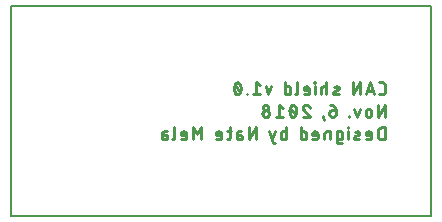
<source format=gbr>
G04 EAGLE Gerber RS-274X export*
G75*
%MOMM*%
%FSLAX34Y34*%
%LPD*%
%AMOC8*
5,1,8,0,0,1.08239X$1,22.5*%
G01*
%ADD10C,0.254000*%
%ADD11C,0.127000*%


D10*
X311714Y102870D02*
X313972Y102870D01*
X314065Y102872D01*
X314158Y102878D01*
X314251Y102887D01*
X314344Y102901D01*
X314435Y102918D01*
X314526Y102939D01*
X314616Y102964D01*
X314705Y102992D01*
X314793Y103024D01*
X314879Y103060D01*
X314964Y103099D01*
X315047Y103142D01*
X315128Y103188D01*
X315207Y103238D01*
X315284Y103290D01*
X315359Y103346D01*
X315431Y103405D01*
X315501Y103467D01*
X315569Y103531D01*
X315633Y103599D01*
X315695Y103669D01*
X315754Y103741D01*
X315810Y103816D01*
X315862Y103893D01*
X315912Y103972D01*
X315958Y104053D01*
X316001Y104136D01*
X316040Y104221D01*
X316076Y104307D01*
X316108Y104395D01*
X316136Y104484D01*
X316161Y104574D01*
X316182Y104665D01*
X316199Y104756D01*
X316213Y104849D01*
X316222Y104942D01*
X316228Y105035D01*
X316230Y105128D01*
X316230Y110772D01*
X316228Y110865D01*
X316222Y110958D01*
X316213Y111051D01*
X316199Y111144D01*
X316182Y111235D01*
X316161Y111326D01*
X316136Y111416D01*
X316108Y111505D01*
X316076Y111593D01*
X316040Y111679D01*
X316001Y111764D01*
X315958Y111847D01*
X315912Y111928D01*
X315862Y112007D01*
X315810Y112084D01*
X315754Y112159D01*
X315695Y112231D01*
X315633Y112301D01*
X315569Y112369D01*
X315501Y112433D01*
X315431Y112495D01*
X315359Y112554D01*
X315284Y112610D01*
X315207Y112662D01*
X315128Y112712D01*
X315047Y112758D01*
X314964Y112801D01*
X314879Y112840D01*
X314793Y112876D01*
X314705Y112908D01*
X314616Y112936D01*
X314526Y112961D01*
X314435Y112982D01*
X314344Y112999D01*
X314251Y113013D01*
X314158Y113022D01*
X314065Y113028D01*
X313972Y113030D01*
X311714Y113030D01*
X303825Y113030D02*
X307211Y102870D01*
X300438Y102870D02*
X303825Y113030D01*
X301285Y105410D02*
X306365Y105410D01*
X294836Y102870D02*
X294836Y113030D01*
X289191Y102870D01*
X289191Y113030D01*
X276280Y106821D02*
X273458Y105692D01*
X276280Y106821D02*
X276349Y106850D01*
X276416Y106884D01*
X276482Y106920D01*
X276546Y106960D01*
X276607Y107004D01*
X276667Y107050D01*
X276723Y107099D01*
X276778Y107151D01*
X276829Y107206D01*
X276878Y107264D01*
X276923Y107323D01*
X276966Y107386D01*
X277005Y107450D01*
X277041Y107516D01*
X277073Y107584D01*
X277102Y107653D01*
X277127Y107724D01*
X277149Y107796D01*
X277167Y107869D01*
X277181Y107943D01*
X277191Y108018D01*
X277197Y108093D01*
X277200Y108168D01*
X277199Y108243D01*
X277193Y108318D01*
X277184Y108393D01*
X277172Y108467D01*
X277155Y108540D01*
X277135Y108613D01*
X277110Y108684D01*
X277083Y108754D01*
X277051Y108823D01*
X277017Y108889D01*
X276979Y108954D01*
X276937Y109017D01*
X276893Y109078D01*
X276845Y109136D01*
X276794Y109191D01*
X276741Y109245D01*
X276685Y109295D01*
X276626Y109342D01*
X276566Y109386D01*
X276503Y109427D01*
X276437Y109465D01*
X276371Y109499D01*
X276302Y109530D01*
X276232Y109557D01*
X276160Y109581D01*
X276088Y109601D01*
X276014Y109617D01*
X275940Y109630D01*
X275865Y109638D01*
X275790Y109643D01*
X275715Y109644D01*
X275715Y109643D02*
X275561Y109639D01*
X275407Y109632D01*
X275254Y109620D01*
X275100Y109605D01*
X274947Y109586D01*
X274795Y109564D01*
X274643Y109537D01*
X274492Y109508D01*
X274341Y109474D01*
X274192Y109437D01*
X274043Y109397D01*
X273895Y109352D01*
X273749Y109305D01*
X273604Y109253D01*
X273459Y109199D01*
X273317Y109140D01*
X273175Y109079D01*
X273457Y105692D02*
X273388Y105663D01*
X273321Y105629D01*
X273255Y105593D01*
X273191Y105553D01*
X273130Y105509D01*
X273070Y105463D01*
X273014Y105414D01*
X272959Y105362D01*
X272908Y105307D01*
X272859Y105249D01*
X272814Y105190D01*
X272771Y105127D01*
X272732Y105063D01*
X272696Y104997D01*
X272664Y104929D01*
X272635Y104860D01*
X272610Y104789D01*
X272588Y104717D01*
X272570Y104644D01*
X272556Y104570D01*
X272546Y104495D01*
X272540Y104420D01*
X272537Y104345D01*
X272538Y104270D01*
X272544Y104195D01*
X272553Y104120D01*
X272565Y104046D01*
X272582Y103973D01*
X272602Y103900D01*
X272627Y103829D01*
X272654Y103759D01*
X272686Y103690D01*
X272720Y103624D01*
X272758Y103559D01*
X272800Y103496D01*
X272844Y103435D01*
X272892Y103377D01*
X272943Y103322D01*
X272996Y103268D01*
X273052Y103218D01*
X273111Y103171D01*
X273171Y103127D01*
X273234Y103086D01*
X273300Y103048D01*
X273366Y103014D01*
X273435Y102983D01*
X273505Y102956D01*
X273577Y102932D01*
X273649Y102912D01*
X273723Y102896D01*
X273797Y102883D01*
X273872Y102875D01*
X273947Y102870D01*
X274022Y102869D01*
X274022Y102870D02*
X274248Y102876D01*
X274474Y102887D01*
X274700Y102904D01*
X274925Y102926D01*
X275150Y102953D01*
X275374Y102986D01*
X275597Y103023D01*
X275820Y103067D01*
X276041Y103115D01*
X276261Y103169D01*
X276480Y103227D01*
X276697Y103291D01*
X276912Y103360D01*
X277126Y103434D01*
X266840Y102870D02*
X266840Y113030D01*
X266840Y109643D02*
X264017Y109643D01*
X263936Y109641D01*
X263856Y109635D01*
X263776Y109626D01*
X263697Y109612D01*
X263618Y109595D01*
X263540Y109574D01*
X263463Y109550D01*
X263388Y109522D01*
X263314Y109490D01*
X263241Y109455D01*
X263171Y109416D01*
X263102Y109374D01*
X263035Y109329D01*
X262970Y109281D01*
X262908Y109229D01*
X262849Y109175D01*
X262792Y109118D01*
X262738Y109059D01*
X262686Y108997D01*
X262638Y108932D01*
X262593Y108865D01*
X262551Y108797D01*
X262512Y108726D01*
X262477Y108653D01*
X262445Y108579D01*
X262417Y108504D01*
X262393Y108427D01*
X262372Y108349D01*
X262355Y108270D01*
X262341Y108191D01*
X262332Y108111D01*
X262326Y108031D01*
X262324Y107950D01*
X262324Y102870D01*
X256962Y102870D02*
X256962Y109643D01*
X257244Y112466D02*
X257244Y113030D01*
X256680Y113030D01*
X256680Y112466D01*
X257244Y112466D01*
X250287Y102870D02*
X247465Y102870D01*
X250287Y102870D02*
X250368Y102872D01*
X250448Y102878D01*
X250528Y102887D01*
X250607Y102901D01*
X250686Y102918D01*
X250764Y102939D01*
X250841Y102963D01*
X250916Y102991D01*
X250990Y103023D01*
X251063Y103058D01*
X251134Y103097D01*
X251202Y103139D01*
X251269Y103184D01*
X251334Y103232D01*
X251396Y103284D01*
X251455Y103338D01*
X251512Y103395D01*
X251566Y103454D01*
X251618Y103516D01*
X251666Y103581D01*
X251711Y103648D01*
X251753Y103717D01*
X251792Y103787D01*
X251827Y103860D01*
X251859Y103934D01*
X251887Y104009D01*
X251911Y104086D01*
X251932Y104164D01*
X251949Y104243D01*
X251963Y104322D01*
X251972Y104402D01*
X251978Y104482D01*
X251980Y104563D01*
X251981Y104563D02*
X251981Y107386D01*
X251979Y107479D01*
X251973Y107572D01*
X251964Y107665D01*
X251950Y107758D01*
X251933Y107849D01*
X251912Y107940D01*
X251887Y108030D01*
X251859Y108119D01*
X251827Y108207D01*
X251791Y108293D01*
X251752Y108378D01*
X251709Y108461D01*
X251663Y108542D01*
X251613Y108621D01*
X251561Y108698D01*
X251505Y108773D01*
X251446Y108845D01*
X251384Y108915D01*
X251320Y108983D01*
X251252Y109047D01*
X251182Y109109D01*
X251110Y109168D01*
X251035Y109224D01*
X250958Y109276D01*
X250879Y109326D01*
X250798Y109372D01*
X250715Y109415D01*
X250630Y109454D01*
X250544Y109490D01*
X250456Y109522D01*
X250367Y109550D01*
X250277Y109575D01*
X250186Y109596D01*
X250095Y109613D01*
X250002Y109627D01*
X249909Y109636D01*
X249816Y109642D01*
X249723Y109644D01*
X249630Y109642D01*
X249537Y109636D01*
X249444Y109627D01*
X249351Y109613D01*
X249260Y109596D01*
X249169Y109575D01*
X249079Y109550D01*
X248990Y109522D01*
X248902Y109490D01*
X248816Y109454D01*
X248731Y109415D01*
X248648Y109372D01*
X248567Y109326D01*
X248488Y109276D01*
X248411Y109224D01*
X248336Y109168D01*
X248264Y109109D01*
X248194Y109047D01*
X248126Y108983D01*
X248062Y108915D01*
X248000Y108845D01*
X247941Y108773D01*
X247885Y108698D01*
X247833Y108621D01*
X247783Y108542D01*
X247737Y108461D01*
X247694Y108378D01*
X247655Y108293D01*
X247619Y108207D01*
X247587Y108119D01*
X247559Y108030D01*
X247534Y107940D01*
X247513Y107849D01*
X247496Y107758D01*
X247482Y107665D01*
X247473Y107572D01*
X247467Y107479D01*
X247465Y107386D01*
X247465Y106257D01*
X251981Y106257D01*
X242099Y104563D02*
X242099Y113030D01*
X242098Y104563D02*
X242096Y104482D01*
X242090Y104402D01*
X242081Y104322D01*
X242067Y104243D01*
X242050Y104164D01*
X242029Y104086D01*
X242005Y104009D01*
X241977Y103934D01*
X241945Y103860D01*
X241910Y103787D01*
X241871Y103717D01*
X241829Y103648D01*
X241784Y103581D01*
X241736Y103516D01*
X241684Y103454D01*
X241630Y103395D01*
X241573Y103338D01*
X241514Y103284D01*
X241452Y103232D01*
X241387Y103184D01*
X241320Y103139D01*
X241252Y103097D01*
X241181Y103058D01*
X241108Y103023D01*
X241034Y102991D01*
X240959Y102963D01*
X240882Y102939D01*
X240804Y102918D01*
X240725Y102901D01*
X240646Y102887D01*
X240566Y102878D01*
X240486Y102872D01*
X240405Y102870D01*
X231566Y102870D02*
X231566Y113030D01*
X231566Y102870D02*
X234388Y102870D01*
X234469Y102872D01*
X234549Y102878D01*
X234629Y102887D01*
X234708Y102901D01*
X234787Y102918D01*
X234865Y102939D01*
X234942Y102963D01*
X235017Y102991D01*
X235091Y103023D01*
X235164Y103058D01*
X235235Y103097D01*
X235303Y103139D01*
X235370Y103184D01*
X235435Y103232D01*
X235497Y103284D01*
X235556Y103338D01*
X235613Y103395D01*
X235667Y103454D01*
X235719Y103516D01*
X235767Y103581D01*
X235812Y103648D01*
X235854Y103717D01*
X235893Y103787D01*
X235928Y103860D01*
X235960Y103934D01*
X235988Y104009D01*
X236012Y104086D01*
X236033Y104164D01*
X236050Y104243D01*
X236064Y104322D01*
X236073Y104402D01*
X236079Y104482D01*
X236081Y104563D01*
X236082Y104563D02*
X236082Y107950D01*
X236081Y107950D02*
X236079Y108031D01*
X236073Y108111D01*
X236064Y108191D01*
X236050Y108270D01*
X236033Y108349D01*
X236012Y108427D01*
X235988Y108504D01*
X235960Y108579D01*
X235928Y108653D01*
X235893Y108726D01*
X235854Y108797D01*
X235812Y108865D01*
X235767Y108932D01*
X235719Y108997D01*
X235667Y109059D01*
X235613Y109118D01*
X235556Y109175D01*
X235497Y109229D01*
X235435Y109281D01*
X235370Y109329D01*
X235303Y109374D01*
X235235Y109416D01*
X235164Y109455D01*
X235091Y109490D01*
X235017Y109522D01*
X234942Y109550D01*
X234865Y109574D01*
X234787Y109595D01*
X234708Y109612D01*
X234629Y109626D01*
X234549Y109635D01*
X234469Y109641D01*
X234388Y109643D01*
X231566Y109643D01*
X219977Y109643D02*
X217719Y102870D01*
X215461Y109643D01*
X210254Y110772D02*
X207432Y113030D01*
X207432Y102870D01*
X210254Y102870D02*
X204610Y102870D01*
X199713Y102870D02*
X199713Y103434D01*
X199149Y103434D01*
X199149Y102870D01*
X199713Y102870D01*
X194252Y107950D02*
X194250Y108150D01*
X194242Y108350D01*
X194231Y108549D01*
X194214Y108748D01*
X194192Y108947D01*
X194166Y109145D01*
X194135Y109343D01*
X194100Y109539D01*
X194059Y109735D01*
X194015Y109930D01*
X193965Y110124D01*
X193911Y110316D01*
X193852Y110507D01*
X193789Y110697D01*
X193721Y110885D01*
X193649Y111071D01*
X193572Y111256D01*
X193491Y111438D01*
X193405Y111619D01*
X193374Y111703D01*
X193340Y111785D01*
X193302Y111866D01*
X193261Y111946D01*
X193216Y112023D01*
X193169Y112098D01*
X193118Y112172D01*
X193063Y112243D01*
X193006Y112311D01*
X192946Y112378D01*
X192883Y112441D01*
X192818Y112502D01*
X192750Y112560D01*
X192680Y112615D01*
X192607Y112667D01*
X192532Y112715D01*
X192455Y112761D01*
X192377Y112803D01*
X192296Y112842D01*
X192214Y112877D01*
X192131Y112909D01*
X192046Y112937D01*
X191960Y112962D01*
X191873Y112982D01*
X191786Y113000D01*
X191697Y113013D01*
X191608Y113022D01*
X191519Y113028D01*
X191430Y113030D01*
X191341Y113028D01*
X191252Y113022D01*
X191163Y113013D01*
X191074Y113000D01*
X190987Y112982D01*
X190900Y112962D01*
X190814Y112937D01*
X190729Y112909D01*
X190646Y112877D01*
X190564Y112842D01*
X190483Y112803D01*
X190405Y112761D01*
X190328Y112715D01*
X190253Y112667D01*
X190180Y112615D01*
X190110Y112560D01*
X190042Y112502D01*
X189977Y112441D01*
X189914Y112378D01*
X189854Y112311D01*
X189797Y112243D01*
X189742Y112172D01*
X189691Y112098D01*
X189644Y112023D01*
X189599Y111946D01*
X189558Y111866D01*
X189520Y111785D01*
X189486Y111703D01*
X189455Y111619D01*
X189369Y111438D01*
X189288Y111255D01*
X189211Y111071D01*
X189139Y110884D01*
X189071Y110696D01*
X189008Y110507D01*
X188949Y110316D01*
X188895Y110123D01*
X188845Y109930D01*
X188801Y109735D01*
X188760Y109539D01*
X188725Y109343D01*
X188694Y109145D01*
X188668Y108947D01*
X188646Y108748D01*
X188629Y108549D01*
X188618Y108350D01*
X188610Y108150D01*
X188608Y107950D01*
X194252Y107950D02*
X194250Y107750D01*
X194242Y107550D01*
X194231Y107351D01*
X194214Y107152D01*
X194192Y106953D01*
X194166Y106755D01*
X194135Y106557D01*
X194100Y106361D01*
X194059Y106165D01*
X194015Y105970D01*
X193965Y105776D01*
X193911Y105584D01*
X193852Y105393D01*
X193789Y105203D01*
X193721Y105015D01*
X193649Y104829D01*
X193572Y104644D01*
X193491Y104462D01*
X193405Y104281D01*
X193374Y104197D01*
X193340Y104115D01*
X193302Y104034D01*
X193261Y103954D01*
X193216Y103877D01*
X193169Y103802D01*
X193117Y103728D01*
X193063Y103657D01*
X193006Y103589D01*
X192946Y103522D01*
X192883Y103459D01*
X192818Y103398D01*
X192750Y103340D01*
X192680Y103285D01*
X192607Y103233D01*
X192532Y103185D01*
X192455Y103139D01*
X192377Y103097D01*
X192296Y103058D01*
X192214Y103023D01*
X192131Y102991D01*
X192046Y102963D01*
X191960Y102938D01*
X191873Y102918D01*
X191786Y102900D01*
X191697Y102887D01*
X191608Y102878D01*
X191519Y102872D01*
X191430Y102870D01*
X189454Y104281D02*
X189368Y104462D01*
X189287Y104644D01*
X189210Y104829D01*
X189138Y105015D01*
X189070Y105203D01*
X189007Y105393D01*
X188948Y105584D01*
X188894Y105776D01*
X188844Y105970D01*
X188800Y106165D01*
X188759Y106361D01*
X188724Y106557D01*
X188693Y106755D01*
X188667Y106953D01*
X188645Y107152D01*
X188628Y107351D01*
X188617Y107550D01*
X188609Y107750D01*
X188607Y107950D01*
X189455Y104281D02*
X189486Y104197D01*
X189520Y104115D01*
X189558Y104034D01*
X189599Y103954D01*
X189644Y103877D01*
X189691Y103802D01*
X189743Y103728D01*
X189797Y103657D01*
X189854Y103589D01*
X189914Y103522D01*
X189977Y103459D01*
X190042Y103398D01*
X190110Y103340D01*
X190180Y103285D01*
X190253Y103233D01*
X190328Y103185D01*
X190405Y103139D01*
X190483Y103097D01*
X190564Y103058D01*
X190646Y103023D01*
X190729Y102991D01*
X190814Y102963D01*
X190900Y102938D01*
X190987Y102918D01*
X191074Y102900D01*
X191163Y102887D01*
X191252Y102878D01*
X191341Y102872D01*
X191430Y102870D01*
X193688Y105128D02*
X189172Y110772D01*
X316230Y93980D02*
X316230Y83820D01*
X310586Y83820D02*
X316230Y93980D01*
X310586Y93980D02*
X310586Y83820D01*
X304617Y86078D02*
X304617Y88336D01*
X304615Y88429D01*
X304609Y88522D01*
X304600Y88615D01*
X304586Y88708D01*
X304569Y88799D01*
X304548Y88890D01*
X304523Y88980D01*
X304495Y89069D01*
X304463Y89157D01*
X304427Y89243D01*
X304388Y89328D01*
X304345Y89411D01*
X304299Y89492D01*
X304249Y89571D01*
X304197Y89648D01*
X304141Y89723D01*
X304082Y89795D01*
X304020Y89865D01*
X303956Y89933D01*
X303888Y89997D01*
X303818Y90059D01*
X303746Y90118D01*
X303671Y90174D01*
X303594Y90226D01*
X303515Y90276D01*
X303434Y90322D01*
X303351Y90365D01*
X303266Y90404D01*
X303180Y90440D01*
X303092Y90472D01*
X303003Y90500D01*
X302913Y90525D01*
X302822Y90546D01*
X302731Y90563D01*
X302638Y90577D01*
X302545Y90586D01*
X302452Y90592D01*
X302359Y90594D01*
X302266Y90592D01*
X302173Y90586D01*
X302080Y90577D01*
X301987Y90563D01*
X301896Y90546D01*
X301805Y90525D01*
X301715Y90500D01*
X301626Y90472D01*
X301538Y90440D01*
X301452Y90404D01*
X301367Y90365D01*
X301284Y90322D01*
X301203Y90276D01*
X301124Y90226D01*
X301047Y90174D01*
X300972Y90118D01*
X300900Y90059D01*
X300830Y89997D01*
X300762Y89933D01*
X300698Y89865D01*
X300636Y89795D01*
X300577Y89723D01*
X300521Y89648D01*
X300469Y89571D01*
X300419Y89492D01*
X300373Y89411D01*
X300330Y89328D01*
X300291Y89243D01*
X300255Y89157D01*
X300223Y89069D01*
X300195Y88980D01*
X300170Y88890D01*
X300149Y88799D01*
X300132Y88708D01*
X300118Y88615D01*
X300109Y88522D01*
X300103Y88429D01*
X300101Y88336D01*
X300101Y86078D01*
X300103Y85985D01*
X300109Y85892D01*
X300118Y85799D01*
X300132Y85706D01*
X300149Y85615D01*
X300170Y85524D01*
X300195Y85434D01*
X300223Y85345D01*
X300255Y85257D01*
X300291Y85171D01*
X300330Y85086D01*
X300373Y85003D01*
X300419Y84922D01*
X300469Y84843D01*
X300521Y84766D01*
X300577Y84691D01*
X300636Y84619D01*
X300698Y84549D01*
X300762Y84481D01*
X300830Y84417D01*
X300900Y84355D01*
X300972Y84296D01*
X301047Y84240D01*
X301124Y84188D01*
X301203Y84138D01*
X301284Y84092D01*
X301367Y84049D01*
X301452Y84010D01*
X301538Y83974D01*
X301626Y83942D01*
X301715Y83914D01*
X301805Y83889D01*
X301896Y83868D01*
X301987Y83851D01*
X302080Y83837D01*
X302173Y83828D01*
X302266Y83822D01*
X302359Y83820D01*
X302452Y83822D01*
X302545Y83828D01*
X302638Y83837D01*
X302731Y83851D01*
X302822Y83868D01*
X302913Y83889D01*
X303003Y83914D01*
X303092Y83942D01*
X303180Y83974D01*
X303266Y84010D01*
X303351Y84049D01*
X303434Y84092D01*
X303515Y84138D01*
X303594Y84188D01*
X303671Y84240D01*
X303746Y84296D01*
X303818Y84355D01*
X303888Y84417D01*
X303956Y84481D01*
X304020Y84549D01*
X304082Y84619D01*
X304141Y84691D01*
X304197Y84766D01*
X304249Y84843D01*
X304299Y84922D01*
X304345Y85003D01*
X304388Y85086D01*
X304427Y85171D01*
X304463Y85257D01*
X304495Y85345D01*
X304523Y85434D01*
X304548Y85524D01*
X304569Y85615D01*
X304586Y85706D01*
X304600Y85799D01*
X304609Y85892D01*
X304615Y85985D01*
X304617Y86078D01*
X295092Y90593D02*
X292834Y83820D01*
X290576Y90593D01*
X286258Y84384D02*
X286258Y83820D01*
X286258Y84384D02*
X285694Y84384D01*
X285694Y83820D01*
X286258Y83820D01*
X274701Y89464D02*
X271314Y89464D01*
X271314Y89465D02*
X271221Y89463D01*
X271128Y89457D01*
X271035Y89448D01*
X270942Y89434D01*
X270851Y89417D01*
X270760Y89396D01*
X270670Y89371D01*
X270581Y89343D01*
X270493Y89311D01*
X270407Y89275D01*
X270322Y89236D01*
X270239Y89193D01*
X270158Y89147D01*
X270079Y89097D01*
X270002Y89045D01*
X269927Y88989D01*
X269855Y88930D01*
X269785Y88868D01*
X269717Y88804D01*
X269653Y88736D01*
X269591Y88666D01*
X269532Y88594D01*
X269476Y88519D01*
X269424Y88442D01*
X269374Y88363D01*
X269328Y88282D01*
X269285Y88199D01*
X269246Y88114D01*
X269210Y88028D01*
X269178Y87940D01*
X269150Y87851D01*
X269125Y87761D01*
X269104Y87670D01*
X269087Y87579D01*
X269073Y87486D01*
X269064Y87393D01*
X269058Y87300D01*
X269056Y87207D01*
X269057Y87207D02*
X269057Y86642D01*
X269059Y86536D01*
X269065Y86431D01*
X269075Y86326D01*
X269089Y86221D01*
X269106Y86117D01*
X269128Y86014D01*
X269153Y85912D01*
X269182Y85810D01*
X269215Y85710D01*
X269252Y85611D01*
X269292Y85514D01*
X269336Y85418D01*
X269384Y85323D01*
X269435Y85231D01*
X269490Y85141D01*
X269547Y85052D01*
X269608Y84966D01*
X269673Y84883D01*
X269740Y84801D01*
X269810Y84723D01*
X269884Y84647D01*
X269960Y84573D01*
X270038Y84503D01*
X270120Y84436D01*
X270203Y84371D01*
X270289Y84310D01*
X270378Y84253D01*
X270468Y84198D01*
X270560Y84147D01*
X270655Y84099D01*
X270751Y84055D01*
X270848Y84015D01*
X270947Y83978D01*
X271047Y83945D01*
X271149Y83916D01*
X271251Y83891D01*
X271354Y83869D01*
X271458Y83852D01*
X271563Y83838D01*
X271668Y83828D01*
X271773Y83822D01*
X271879Y83820D01*
X271985Y83822D01*
X272090Y83828D01*
X272195Y83838D01*
X272300Y83852D01*
X272404Y83869D01*
X272507Y83891D01*
X272609Y83916D01*
X272711Y83945D01*
X272811Y83978D01*
X272910Y84015D01*
X273007Y84055D01*
X273103Y84099D01*
X273198Y84147D01*
X273290Y84198D01*
X273380Y84253D01*
X273469Y84310D01*
X273555Y84371D01*
X273638Y84436D01*
X273720Y84503D01*
X273798Y84573D01*
X273874Y84647D01*
X273948Y84723D01*
X274018Y84801D01*
X274085Y84883D01*
X274150Y84966D01*
X274211Y85052D01*
X274268Y85141D01*
X274323Y85231D01*
X274374Y85323D01*
X274422Y85418D01*
X274466Y85514D01*
X274506Y85611D01*
X274543Y85710D01*
X274576Y85810D01*
X274605Y85912D01*
X274630Y86014D01*
X274652Y86117D01*
X274669Y86221D01*
X274683Y86326D01*
X274693Y86431D01*
X274699Y86536D01*
X274701Y86642D01*
X274701Y89464D01*
X274702Y89464D02*
X274700Y89598D01*
X274694Y89732D01*
X274684Y89865D01*
X274670Y89998D01*
X274653Y90131D01*
X274631Y90263D01*
X274605Y90394D01*
X274576Y90525D01*
X274542Y90654D01*
X274505Y90783D01*
X274464Y90910D01*
X274419Y91036D01*
X274371Y91161D01*
X274319Y91284D01*
X274263Y91406D01*
X274204Y91526D01*
X274141Y91644D01*
X274074Y91761D01*
X274005Y91875D01*
X273932Y91987D01*
X273855Y92097D01*
X273776Y92204D01*
X273693Y92309D01*
X273607Y92412D01*
X273518Y92512D01*
X273426Y92610D01*
X273332Y92704D01*
X273234Y92796D01*
X273134Y92885D01*
X273032Y92971D01*
X272926Y93054D01*
X272819Y93133D01*
X272709Y93210D01*
X272597Y93283D01*
X272483Y93352D01*
X272366Y93419D01*
X272248Y93482D01*
X272128Y93541D01*
X272007Y93597D01*
X271883Y93649D01*
X271759Y93697D01*
X271632Y93742D01*
X271505Y93783D01*
X271376Y93820D01*
X271247Y93854D01*
X271116Y93883D01*
X270985Y93909D01*
X270853Y93930D01*
X270720Y93948D01*
X270587Y93962D01*
X270454Y93972D01*
X270320Y93978D01*
X270186Y93980D01*
X264236Y83820D02*
X263671Y83820D01*
X264236Y83820D02*
X264236Y84384D01*
X263671Y84384D01*
X263671Y83820D01*
X264518Y81562D01*
X249499Y93980D02*
X249399Y93978D01*
X249300Y93972D01*
X249200Y93962D01*
X249102Y93949D01*
X249003Y93931D01*
X248906Y93910D01*
X248810Y93885D01*
X248714Y93856D01*
X248620Y93823D01*
X248527Y93787D01*
X248436Y93747D01*
X248346Y93703D01*
X248258Y93656D01*
X248172Y93606D01*
X248088Y93552D01*
X248006Y93495D01*
X247927Y93435D01*
X247849Y93371D01*
X247775Y93305D01*
X247703Y93236D01*
X247634Y93164D01*
X247568Y93090D01*
X247504Y93012D01*
X247444Y92933D01*
X247387Y92851D01*
X247333Y92767D01*
X247283Y92681D01*
X247236Y92593D01*
X247192Y92503D01*
X247152Y92412D01*
X247116Y92319D01*
X247083Y92225D01*
X247054Y92129D01*
X247029Y92033D01*
X247008Y91936D01*
X246990Y91837D01*
X246977Y91739D01*
X246967Y91639D01*
X246961Y91540D01*
X246959Y91440D01*
X249499Y93980D02*
X249610Y93978D01*
X249721Y93972D01*
X249831Y93963D01*
X249941Y93950D01*
X250051Y93933D01*
X250160Y93912D01*
X250268Y93888D01*
X250375Y93860D01*
X250482Y93829D01*
X250587Y93793D01*
X250691Y93755D01*
X250793Y93712D01*
X250894Y93667D01*
X250994Y93617D01*
X251091Y93565D01*
X251187Y93509D01*
X251281Y93450D01*
X251373Y93388D01*
X251463Y93323D01*
X251550Y93255D01*
X251635Y93183D01*
X251718Y93109D01*
X251798Y93033D01*
X251875Y92953D01*
X251950Y92871D01*
X252022Y92787D01*
X252091Y92700D01*
X252156Y92611D01*
X252219Y92519D01*
X252279Y92426D01*
X252335Y92330D01*
X252389Y92233D01*
X252438Y92134D01*
X252485Y92033D01*
X252528Y91931D01*
X252567Y91827D01*
X252603Y91722D01*
X247806Y89465D02*
X247734Y89535D01*
X247665Y89608D01*
X247599Y89684D01*
X247536Y89762D01*
X247476Y89842D01*
X247419Y89925D01*
X247364Y90009D01*
X247313Y90096D01*
X247265Y90184D01*
X247221Y90274D01*
X247180Y90365D01*
X247142Y90458D01*
X247107Y90553D01*
X247076Y90648D01*
X247049Y90745D01*
X247025Y90842D01*
X247005Y90941D01*
X246989Y91040D01*
X246976Y91139D01*
X246966Y91239D01*
X246961Y91340D01*
X246959Y91440D01*
X247805Y89464D02*
X252603Y83820D01*
X246959Y83820D01*
X241174Y88900D02*
X241172Y89100D01*
X241164Y89300D01*
X241153Y89499D01*
X241136Y89698D01*
X241114Y89897D01*
X241088Y90095D01*
X241057Y90293D01*
X241022Y90489D01*
X240981Y90685D01*
X240937Y90880D01*
X240887Y91074D01*
X240833Y91266D01*
X240774Y91457D01*
X240711Y91647D01*
X240643Y91835D01*
X240571Y92021D01*
X240494Y92206D01*
X240413Y92388D01*
X240327Y92569D01*
X240326Y92569D02*
X240295Y92653D01*
X240261Y92735D01*
X240223Y92816D01*
X240182Y92896D01*
X240137Y92973D01*
X240090Y93048D01*
X240039Y93122D01*
X239984Y93193D01*
X239927Y93261D01*
X239867Y93328D01*
X239804Y93391D01*
X239739Y93452D01*
X239671Y93510D01*
X239601Y93565D01*
X239528Y93617D01*
X239453Y93665D01*
X239376Y93711D01*
X239298Y93753D01*
X239217Y93792D01*
X239135Y93827D01*
X239052Y93859D01*
X238967Y93887D01*
X238881Y93912D01*
X238794Y93932D01*
X238707Y93950D01*
X238618Y93963D01*
X238529Y93972D01*
X238440Y93978D01*
X238351Y93980D01*
X238262Y93978D01*
X238173Y93972D01*
X238084Y93963D01*
X237995Y93950D01*
X237908Y93932D01*
X237821Y93912D01*
X237735Y93887D01*
X237650Y93859D01*
X237567Y93827D01*
X237485Y93792D01*
X237404Y93753D01*
X237326Y93711D01*
X237249Y93665D01*
X237174Y93617D01*
X237101Y93565D01*
X237031Y93510D01*
X236963Y93452D01*
X236898Y93391D01*
X236835Y93328D01*
X236775Y93261D01*
X236718Y93193D01*
X236663Y93122D01*
X236612Y93048D01*
X236565Y92973D01*
X236520Y92896D01*
X236479Y92816D01*
X236441Y92735D01*
X236407Y92653D01*
X236376Y92569D01*
X236290Y92388D01*
X236209Y92205D01*
X236132Y92021D01*
X236060Y91834D01*
X235992Y91646D01*
X235929Y91457D01*
X235870Y91266D01*
X235816Y91073D01*
X235766Y90880D01*
X235722Y90685D01*
X235681Y90489D01*
X235646Y90293D01*
X235615Y90095D01*
X235589Y89897D01*
X235567Y89698D01*
X235550Y89499D01*
X235539Y89300D01*
X235531Y89100D01*
X235529Y88900D01*
X241173Y88900D02*
X241171Y88700D01*
X241163Y88500D01*
X241152Y88301D01*
X241135Y88102D01*
X241113Y87903D01*
X241087Y87705D01*
X241056Y87507D01*
X241021Y87311D01*
X240980Y87115D01*
X240936Y86920D01*
X240886Y86726D01*
X240832Y86534D01*
X240773Y86343D01*
X240710Y86153D01*
X240642Y85965D01*
X240570Y85779D01*
X240493Y85594D01*
X240412Y85412D01*
X240326Y85231D01*
X240295Y85147D01*
X240261Y85065D01*
X240223Y84984D01*
X240182Y84904D01*
X240137Y84827D01*
X240090Y84752D01*
X240038Y84678D01*
X239984Y84607D01*
X239927Y84539D01*
X239867Y84472D01*
X239804Y84409D01*
X239739Y84348D01*
X239671Y84290D01*
X239601Y84235D01*
X239528Y84183D01*
X239453Y84135D01*
X239376Y84089D01*
X239298Y84047D01*
X239217Y84008D01*
X239135Y83973D01*
X239052Y83941D01*
X238967Y83913D01*
X238881Y83888D01*
X238794Y83868D01*
X238707Y83850D01*
X238618Y83837D01*
X238529Y83828D01*
X238440Y83822D01*
X238351Y83820D01*
X236375Y85231D02*
X236289Y85412D01*
X236208Y85594D01*
X236131Y85779D01*
X236059Y85965D01*
X235991Y86153D01*
X235928Y86343D01*
X235869Y86534D01*
X235815Y86726D01*
X235765Y86920D01*
X235721Y87115D01*
X235680Y87311D01*
X235645Y87507D01*
X235614Y87705D01*
X235588Y87903D01*
X235566Y88102D01*
X235549Y88301D01*
X235538Y88500D01*
X235530Y88700D01*
X235528Y88900D01*
X236376Y85231D02*
X236407Y85147D01*
X236441Y85065D01*
X236479Y84984D01*
X236520Y84904D01*
X236565Y84827D01*
X236612Y84752D01*
X236664Y84678D01*
X236718Y84607D01*
X236775Y84539D01*
X236835Y84472D01*
X236898Y84409D01*
X236963Y84348D01*
X237031Y84290D01*
X237101Y84235D01*
X237174Y84183D01*
X237249Y84135D01*
X237326Y84089D01*
X237404Y84047D01*
X237485Y84008D01*
X237567Y83973D01*
X237650Y83941D01*
X237735Y83913D01*
X237821Y83888D01*
X237908Y83868D01*
X237995Y83850D01*
X238084Y83837D01*
X238173Y83828D01*
X238262Y83822D01*
X238351Y83820D01*
X240609Y86078D02*
X236093Y91722D01*
X229743Y91722D02*
X226921Y93980D01*
X226921Y83820D01*
X229743Y83820D02*
X224099Y83820D01*
X218313Y86642D02*
X218311Y86748D01*
X218305Y86853D01*
X218295Y86958D01*
X218281Y87063D01*
X218264Y87167D01*
X218242Y87270D01*
X218217Y87372D01*
X218188Y87474D01*
X218155Y87574D01*
X218118Y87673D01*
X218078Y87770D01*
X218034Y87866D01*
X217986Y87961D01*
X217935Y88053D01*
X217880Y88143D01*
X217823Y88232D01*
X217762Y88318D01*
X217697Y88401D01*
X217630Y88483D01*
X217560Y88561D01*
X217486Y88637D01*
X217410Y88711D01*
X217332Y88781D01*
X217250Y88848D01*
X217167Y88913D01*
X217081Y88974D01*
X216992Y89031D01*
X216902Y89086D01*
X216810Y89137D01*
X216715Y89185D01*
X216619Y89229D01*
X216522Y89269D01*
X216423Y89306D01*
X216323Y89339D01*
X216221Y89368D01*
X216119Y89393D01*
X216016Y89415D01*
X215912Y89432D01*
X215807Y89446D01*
X215702Y89456D01*
X215597Y89462D01*
X215491Y89464D01*
X215385Y89462D01*
X215280Y89456D01*
X215175Y89446D01*
X215070Y89432D01*
X214966Y89415D01*
X214863Y89393D01*
X214761Y89368D01*
X214659Y89339D01*
X214559Y89306D01*
X214460Y89269D01*
X214363Y89229D01*
X214267Y89185D01*
X214172Y89137D01*
X214080Y89086D01*
X213990Y89031D01*
X213901Y88974D01*
X213815Y88913D01*
X213732Y88848D01*
X213650Y88781D01*
X213572Y88711D01*
X213496Y88637D01*
X213422Y88561D01*
X213352Y88483D01*
X213285Y88401D01*
X213220Y88318D01*
X213159Y88232D01*
X213102Y88143D01*
X213047Y88053D01*
X212996Y87961D01*
X212948Y87866D01*
X212904Y87770D01*
X212864Y87673D01*
X212827Y87574D01*
X212794Y87474D01*
X212765Y87372D01*
X212740Y87270D01*
X212718Y87167D01*
X212701Y87063D01*
X212687Y86958D01*
X212677Y86853D01*
X212671Y86748D01*
X212669Y86642D01*
X212671Y86536D01*
X212677Y86431D01*
X212687Y86326D01*
X212701Y86221D01*
X212718Y86117D01*
X212740Y86014D01*
X212765Y85912D01*
X212794Y85810D01*
X212827Y85710D01*
X212864Y85611D01*
X212904Y85514D01*
X212948Y85418D01*
X212996Y85323D01*
X213047Y85231D01*
X213102Y85141D01*
X213159Y85052D01*
X213220Y84966D01*
X213285Y84883D01*
X213352Y84801D01*
X213422Y84723D01*
X213496Y84647D01*
X213572Y84573D01*
X213650Y84503D01*
X213732Y84436D01*
X213815Y84371D01*
X213901Y84310D01*
X213990Y84253D01*
X214080Y84198D01*
X214172Y84147D01*
X214267Y84099D01*
X214363Y84055D01*
X214460Y84015D01*
X214559Y83978D01*
X214659Y83945D01*
X214761Y83916D01*
X214863Y83891D01*
X214966Y83869D01*
X215070Y83852D01*
X215175Y83838D01*
X215280Y83828D01*
X215385Y83822D01*
X215491Y83820D01*
X215597Y83822D01*
X215702Y83828D01*
X215807Y83838D01*
X215912Y83852D01*
X216016Y83869D01*
X216119Y83891D01*
X216221Y83916D01*
X216323Y83945D01*
X216423Y83978D01*
X216522Y84015D01*
X216619Y84055D01*
X216715Y84099D01*
X216810Y84147D01*
X216902Y84198D01*
X216992Y84253D01*
X217081Y84310D01*
X217167Y84371D01*
X217250Y84436D01*
X217332Y84503D01*
X217410Y84573D01*
X217486Y84647D01*
X217560Y84723D01*
X217630Y84801D01*
X217697Y84883D01*
X217762Y84966D01*
X217823Y85052D01*
X217880Y85141D01*
X217935Y85231D01*
X217986Y85323D01*
X218034Y85418D01*
X218078Y85514D01*
X218118Y85611D01*
X218155Y85710D01*
X218188Y85810D01*
X218217Y85912D01*
X218242Y86014D01*
X218264Y86117D01*
X218281Y86221D01*
X218295Y86326D01*
X218305Y86431D01*
X218311Y86536D01*
X218313Y86642D01*
X217749Y91722D02*
X217747Y91815D01*
X217741Y91908D01*
X217732Y92001D01*
X217718Y92094D01*
X217701Y92185D01*
X217680Y92276D01*
X217655Y92366D01*
X217627Y92455D01*
X217595Y92543D01*
X217559Y92629D01*
X217520Y92714D01*
X217477Y92797D01*
X217431Y92878D01*
X217381Y92957D01*
X217329Y93034D01*
X217273Y93109D01*
X217214Y93181D01*
X217152Y93251D01*
X217088Y93319D01*
X217020Y93383D01*
X216950Y93445D01*
X216878Y93504D01*
X216803Y93560D01*
X216726Y93612D01*
X216647Y93662D01*
X216566Y93708D01*
X216483Y93751D01*
X216398Y93790D01*
X216312Y93826D01*
X216224Y93858D01*
X216135Y93886D01*
X216045Y93911D01*
X215954Y93932D01*
X215863Y93949D01*
X215770Y93963D01*
X215677Y93972D01*
X215584Y93978D01*
X215491Y93980D01*
X215398Y93978D01*
X215305Y93972D01*
X215212Y93963D01*
X215119Y93949D01*
X215028Y93932D01*
X214937Y93911D01*
X214847Y93886D01*
X214758Y93858D01*
X214670Y93826D01*
X214584Y93790D01*
X214499Y93751D01*
X214416Y93708D01*
X214335Y93662D01*
X214256Y93612D01*
X214179Y93560D01*
X214104Y93504D01*
X214032Y93445D01*
X213962Y93383D01*
X213894Y93319D01*
X213830Y93251D01*
X213768Y93181D01*
X213709Y93109D01*
X213653Y93034D01*
X213601Y92957D01*
X213551Y92878D01*
X213505Y92797D01*
X213462Y92714D01*
X213423Y92629D01*
X213387Y92543D01*
X213355Y92455D01*
X213327Y92366D01*
X213302Y92276D01*
X213281Y92185D01*
X213264Y92094D01*
X213250Y92001D01*
X213241Y91908D01*
X213235Y91815D01*
X213233Y91722D01*
X213235Y91629D01*
X213241Y91536D01*
X213250Y91443D01*
X213264Y91350D01*
X213281Y91259D01*
X213302Y91168D01*
X213327Y91078D01*
X213355Y90989D01*
X213387Y90901D01*
X213423Y90815D01*
X213462Y90730D01*
X213505Y90647D01*
X213551Y90566D01*
X213601Y90487D01*
X213653Y90410D01*
X213709Y90335D01*
X213768Y90263D01*
X213830Y90193D01*
X213894Y90125D01*
X213962Y90061D01*
X214032Y89999D01*
X214104Y89940D01*
X214179Y89884D01*
X214256Y89832D01*
X214335Y89782D01*
X214416Y89736D01*
X214499Y89693D01*
X214584Y89654D01*
X214670Y89618D01*
X214758Y89586D01*
X214847Y89558D01*
X214937Y89533D01*
X215028Y89512D01*
X215119Y89495D01*
X215212Y89481D01*
X215305Y89472D01*
X215398Y89466D01*
X215491Y89464D01*
X215584Y89466D01*
X215677Y89472D01*
X215770Y89481D01*
X215863Y89495D01*
X215954Y89512D01*
X216045Y89533D01*
X216135Y89558D01*
X216224Y89586D01*
X216312Y89618D01*
X216398Y89654D01*
X216483Y89693D01*
X216566Y89736D01*
X216647Y89782D01*
X216726Y89832D01*
X216803Y89884D01*
X216878Y89940D01*
X216950Y89999D01*
X217020Y90061D01*
X217088Y90125D01*
X217152Y90193D01*
X217214Y90263D01*
X217273Y90335D01*
X217329Y90410D01*
X217381Y90487D01*
X217431Y90566D01*
X217477Y90647D01*
X217520Y90730D01*
X217559Y90815D01*
X217595Y90901D01*
X217627Y90989D01*
X217655Y91078D01*
X217680Y91168D01*
X217701Y91259D01*
X217718Y91350D01*
X217732Y91443D01*
X217741Y91536D01*
X217747Y91629D01*
X217749Y91722D01*
X316230Y74930D02*
X316230Y64770D01*
X316230Y74930D02*
X313408Y74930D01*
X313302Y74928D01*
X313197Y74922D01*
X313092Y74912D01*
X312987Y74898D01*
X312883Y74881D01*
X312780Y74859D01*
X312678Y74834D01*
X312576Y74805D01*
X312476Y74772D01*
X312377Y74735D01*
X312280Y74695D01*
X312184Y74651D01*
X312089Y74603D01*
X311997Y74552D01*
X311907Y74497D01*
X311818Y74440D01*
X311732Y74379D01*
X311649Y74314D01*
X311567Y74247D01*
X311489Y74177D01*
X311413Y74103D01*
X311339Y74027D01*
X311269Y73949D01*
X311202Y73867D01*
X311137Y73784D01*
X311076Y73698D01*
X311019Y73609D01*
X310964Y73519D01*
X310913Y73427D01*
X310865Y73332D01*
X310821Y73236D01*
X310781Y73139D01*
X310744Y73040D01*
X310711Y72940D01*
X310682Y72838D01*
X310657Y72736D01*
X310635Y72633D01*
X310618Y72529D01*
X310604Y72424D01*
X310594Y72319D01*
X310588Y72214D01*
X310586Y72108D01*
X310586Y67592D01*
X310588Y67486D01*
X310594Y67381D01*
X310604Y67276D01*
X310618Y67171D01*
X310635Y67067D01*
X310657Y66964D01*
X310682Y66862D01*
X310711Y66760D01*
X310744Y66660D01*
X310781Y66561D01*
X310821Y66464D01*
X310865Y66368D01*
X310913Y66273D01*
X310964Y66181D01*
X311019Y66091D01*
X311076Y66002D01*
X311137Y65916D01*
X311202Y65833D01*
X311269Y65751D01*
X311339Y65673D01*
X311413Y65597D01*
X311489Y65523D01*
X311567Y65453D01*
X311649Y65386D01*
X311732Y65321D01*
X311818Y65260D01*
X311907Y65203D01*
X311997Y65148D01*
X312089Y65097D01*
X312184Y65049D01*
X312280Y65005D01*
X312377Y64965D01*
X312476Y64928D01*
X312576Y64895D01*
X312678Y64866D01*
X312780Y64841D01*
X312883Y64819D01*
X312987Y64802D01*
X313092Y64788D01*
X313197Y64778D01*
X313302Y64772D01*
X313408Y64770D01*
X316230Y64770D01*
X302923Y64770D02*
X300101Y64770D01*
X302923Y64770D02*
X303004Y64772D01*
X303084Y64778D01*
X303164Y64787D01*
X303243Y64801D01*
X303322Y64818D01*
X303400Y64839D01*
X303477Y64863D01*
X303552Y64891D01*
X303626Y64923D01*
X303699Y64958D01*
X303770Y64997D01*
X303838Y65039D01*
X303905Y65084D01*
X303970Y65132D01*
X304032Y65184D01*
X304091Y65238D01*
X304148Y65295D01*
X304202Y65354D01*
X304254Y65416D01*
X304302Y65481D01*
X304347Y65548D01*
X304389Y65617D01*
X304428Y65687D01*
X304463Y65760D01*
X304495Y65834D01*
X304523Y65909D01*
X304547Y65986D01*
X304568Y66064D01*
X304585Y66143D01*
X304599Y66222D01*
X304608Y66302D01*
X304614Y66382D01*
X304616Y66463D01*
X304617Y66463D02*
X304617Y69286D01*
X304615Y69379D01*
X304609Y69472D01*
X304600Y69565D01*
X304586Y69658D01*
X304569Y69749D01*
X304548Y69840D01*
X304523Y69930D01*
X304495Y70019D01*
X304463Y70107D01*
X304427Y70193D01*
X304388Y70278D01*
X304345Y70361D01*
X304299Y70442D01*
X304249Y70521D01*
X304197Y70598D01*
X304141Y70673D01*
X304082Y70745D01*
X304020Y70815D01*
X303956Y70883D01*
X303888Y70947D01*
X303818Y71009D01*
X303746Y71068D01*
X303671Y71124D01*
X303594Y71176D01*
X303515Y71226D01*
X303434Y71272D01*
X303351Y71315D01*
X303266Y71354D01*
X303180Y71390D01*
X303092Y71422D01*
X303003Y71450D01*
X302913Y71475D01*
X302822Y71496D01*
X302731Y71513D01*
X302638Y71527D01*
X302545Y71536D01*
X302452Y71542D01*
X302359Y71544D01*
X302266Y71542D01*
X302173Y71536D01*
X302080Y71527D01*
X301987Y71513D01*
X301896Y71496D01*
X301805Y71475D01*
X301715Y71450D01*
X301626Y71422D01*
X301538Y71390D01*
X301452Y71354D01*
X301367Y71315D01*
X301284Y71272D01*
X301203Y71226D01*
X301124Y71176D01*
X301047Y71124D01*
X300972Y71068D01*
X300900Y71009D01*
X300830Y70947D01*
X300762Y70883D01*
X300698Y70815D01*
X300636Y70745D01*
X300577Y70673D01*
X300521Y70598D01*
X300469Y70521D01*
X300419Y70442D01*
X300373Y70361D01*
X300330Y70278D01*
X300291Y70193D01*
X300255Y70107D01*
X300223Y70019D01*
X300195Y69930D01*
X300170Y69840D01*
X300149Y69749D01*
X300132Y69658D01*
X300118Y69565D01*
X300109Y69472D01*
X300103Y69379D01*
X300101Y69286D01*
X300101Y68157D01*
X304617Y68157D01*
X293864Y68721D02*
X291042Y67592D01*
X293864Y68721D02*
X293933Y68750D01*
X294000Y68784D01*
X294066Y68820D01*
X294130Y68860D01*
X294191Y68904D01*
X294251Y68950D01*
X294307Y68999D01*
X294362Y69051D01*
X294413Y69106D01*
X294462Y69164D01*
X294507Y69223D01*
X294550Y69286D01*
X294589Y69350D01*
X294625Y69416D01*
X294657Y69484D01*
X294686Y69553D01*
X294711Y69624D01*
X294733Y69696D01*
X294751Y69769D01*
X294765Y69843D01*
X294775Y69918D01*
X294781Y69993D01*
X294784Y70068D01*
X294783Y70143D01*
X294777Y70218D01*
X294768Y70293D01*
X294756Y70367D01*
X294739Y70440D01*
X294719Y70513D01*
X294694Y70584D01*
X294667Y70654D01*
X294635Y70723D01*
X294601Y70789D01*
X294563Y70854D01*
X294521Y70917D01*
X294477Y70978D01*
X294429Y71036D01*
X294378Y71091D01*
X294325Y71145D01*
X294269Y71195D01*
X294210Y71242D01*
X294150Y71286D01*
X294087Y71327D01*
X294021Y71365D01*
X293955Y71399D01*
X293886Y71430D01*
X293816Y71457D01*
X293744Y71481D01*
X293672Y71501D01*
X293598Y71517D01*
X293524Y71530D01*
X293449Y71538D01*
X293374Y71543D01*
X293299Y71544D01*
X293299Y71543D02*
X293145Y71539D01*
X292991Y71532D01*
X292838Y71520D01*
X292684Y71505D01*
X292531Y71486D01*
X292379Y71464D01*
X292227Y71437D01*
X292076Y71408D01*
X291925Y71374D01*
X291776Y71337D01*
X291627Y71297D01*
X291479Y71252D01*
X291333Y71205D01*
X291188Y71153D01*
X291043Y71099D01*
X290901Y71040D01*
X290759Y70979D01*
X291041Y67592D02*
X290972Y67563D01*
X290905Y67529D01*
X290839Y67493D01*
X290775Y67453D01*
X290714Y67409D01*
X290654Y67363D01*
X290598Y67314D01*
X290543Y67262D01*
X290492Y67207D01*
X290443Y67149D01*
X290398Y67090D01*
X290355Y67027D01*
X290316Y66963D01*
X290280Y66897D01*
X290248Y66829D01*
X290219Y66760D01*
X290194Y66689D01*
X290172Y66617D01*
X290154Y66544D01*
X290140Y66470D01*
X290130Y66395D01*
X290124Y66320D01*
X290121Y66245D01*
X290122Y66170D01*
X290128Y66095D01*
X290137Y66020D01*
X290149Y65946D01*
X290166Y65873D01*
X290186Y65800D01*
X290211Y65729D01*
X290238Y65659D01*
X290270Y65590D01*
X290304Y65524D01*
X290342Y65459D01*
X290384Y65396D01*
X290428Y65335D01*
X290476Y65277D01*
X290527Y65222D01*
X290580Y65168D01*
X290636Y65118D01*
X290695Y65071D01*
X290755Y65027D01*
X290818Y64986D01*
X290884Y64948D01*
X290950Y64914D01*
X291019Y64883D01*
X291089Y64856D01*
X291161Y64832D01*
X291233Y64812D01*
X291307Y64796D01*
X291381Y64783D01*
X291456Y64775D01*
X291531Y64770D01*
X291606Y64769D01*
X291606Y64770D02*
X291832Y64776D01*
X292058Y64787D01*
X292284Y64804D01*
X292509Y64826D01*
X292734Y64853D01*
X292958Y64886D01*
X293181Y64923D01*
X293404Y64967D01*
X293625Y65015D01*
X293845Y65069D01*
X294064Y65127D01*
X294281Y65191D01*
X294496Y65260D01*
X294710Y65334D01*
X285214Y64770D02*
X285214Y71543D01*
X285496Y74366D02*
X285496Y74930D01*
X284932Y74930D01*
X284932Y74366D01*
X285496Y74366D01*
X278642Y64770D02*
X275820Y64770D01*
X278642Y64770D02*
X278723Y64772D01*
X278803Y64778D01*
X278883Y64787D01*
X278962Y64801D01*
X279041Y64818D01*
X279119Y64839D01*
X279196Y64863D01*
X279271Y64891D01*
X279345Y64923D01*
X279418Y64958D01*
X279489Y64997D01*
X279557Y65039D01*
X279624Y65084D01*
X279689Y65132D01*
X279751Y65184D01*
X279810Y65238D01*
X279867Y65295D01*
X279921Y65354D01*
X279973Y65416D01*
X280021Y65481D01*
X280066Y65548D01*
X280108Y65617D01*
X280147Y65687D01*
X280182Y65760D01*
X280214Y65834D01*
X280242Y65909D01*
X280266Y65986D01*
X280287Y66064D01*
X280304Y66143D01*
X280318Y66222D01*
X280327Y66302D01*
X280333Y66382D01*
X280335Y66463D01*
X280336Y66463D02*
X280336Y69850D01*
X280335Y69850D02*
X280333Y69931D01*
X280327Y70011D01*
X280318Y70091D01*
X280304Y70170D01*
X280287Y70249D01*
X280266Y70327D01*
X280242Y70404D01*
X280214Y70479D01*
X280182Y70553D01*
X280147Y70626D01*
X280108Y70697D01*
X280066Y70765D01*
X280021Y70832D01*
X279973Y70897D01*
X279921Y70959D01*
X279867Y71018D01*
X279810Y71075D01*
X279751Y71129D01*
X279689Y71181D01*
X279624Y71229D01*
X279557Y71274D01*
X279489Y71316D01*
X279418Y71355D01*
X279345Y71390D01*
X279271Y71422D01*
X279196Y71450D01*
X279119Y71474D01*
X279041Y71495D01*
X278962Y71512D01*
X278883Y71526D01*
X278803Y71535D01*
X278723Y71541D01*
X278642Y71543D01*
X275820Y71543D01*
X275820Y63077D01*
X275821Y63077D02*
X275823Y62996D01*
X275829Y62916D01*
X275838Y62836D01*
X275852Y62757D01*
X275869Y62678D01*
X275890Y62600D01*
X275914Y62523D01*
X275942Y62448D01*
X275974Y62374D01*
X276009Y62301D01*
X276048Y62231D01*
X276090Y62162D01*
X276135Y62095D01*
X276183Y62030D01*
X276234Y61968D01*
X276289Y61909D01*
X276346Y61852D01*
X276405Y61798D01*
X276467Y61746D01*
X276532Y61698D01*
X276599Y61653D01*
X276667Y61611D01*
X276738Y61572D01*
X276811Y61537D01*
X276885Y61505D01*
X276960Y61477D01*
X277037Y61453D01*
X277115Y61432D01*
X277194Y61415D01*
X277273Y61401D01*
X277353Y61392D01*
X277433Y61386D01*
X277514Y61384D01*
X277513Y61383D02*
X279771Y61383D01*
X269565Y64770D02*
X269565Y71543D01*
X266742Y71543D01*
X266661Y71541D01*
X266581Y71535D01*
X266501Y71526D01*
X266422Y71512D01*
X266343Y71495D01*
X266265Y71474D01*
X266188Y71450D01*
X266113Y71422D01*
X266039Y71390D01*
X265966Y71355D01*
X265896Y71316D01*
X265827Y71274D01*
X265760Y71229D01*
X265695Y71181D01*
X265633Y71129D01*
X265574Y71075D01*
X265517Y71018D01*
X265463Y70959D01*
X265411Y70897D01*
X265363Y70832D01*
X265318Y70765D01*
X265276Y70697D01*
X265237Y70626D01*
X265202Y70553D01*
X265170Y70479D01*
X265142Y70404D01*
X265118Y70327D01*
X265097Y70249D01*
X265080Y70170D01*
X265066Y70091D01*
X265057Y70011D01*
X265051Y69931D01*
X265049Y69850D01*
X265049Y64770D01*
X257584Y64770D02*
X254762Y64770D01*
X257584Y64770D02*
X257665Y64772D01*
X257745Y64778D01*
X257825Y64787D01*
X257904Y64801D01*
X257983Y64818D01*
X258061Y64839D01*
X258138Y64863D01*
X258213Y64891D01*
X258287Y64923D01*
X258360Y64958D01*
X258431Y64997D01*
X258499Y65039D01*
X258566Y65084D01*
X258631Y65132D01*
X258693Y65184D01*
X258752Y65238D01*
X258809Y65295D01*
X258863Y65354D01*
X258915Y65416D01*
X258963Y65481D01*
X259008Y65548D01*
X259050Y65617D01*
X259089Y65687D01*
X259124Y65760D01*
X259156Y65834D01*
X259184Y65909D01*
X259208Y65986D01*
X259229Y66064D01*
X259246Y66143D01*
X259260Y66222D01*
X259269Y66302D01*
X259275Y66382D01*
X259277Y66463D01*
X259278Y66463D02*
X259278Y69286D01*
X259276Y69379D01*
X259270Y69472D01*
X259261Y69565D01*
X259247Y69658D01*
X259230Y69749D01*
X259209Y69840D01*
X259184Y69930D01*
X259156Y70019D01*
X259124Y70107D01*
X259088Y70193D01*
X259049Y70278D01*
X259006Y70361D01*
X258960Y70442D01*
X258910Y70521D01*
X258858Y70598D01*
X258802Y70673D01*
X258743Y70745D01*
X258681Y70815D01*
X258617Y70883D01*
X258549Y70947D01*
X258479Y71009D01*
X258407Y71068D01*
X258332Y71124D01*
X258255Y71176D01*
X258176Y71226D01*
X258095Y71272D01*
X258012Y71315D01*
X257927Y71354D01*
X257841Y71390D01*
X257753Y71422D01*
X257664Y71450D01*
X257574Y71475D01*
X257483Y71496D01*
X257392Y71513D01*
X257299Y71527D01*
X257206Y71536D01*
X257113Y71542D01*
X257020Y71544D01*
X256927Y71542D01*
X256834Y71536D01*
X256741Y71527D01*
X256648Y71513D01*
X256557Y71496D01*
X256466Y71475D01*
X256376Y71450D01*
X256287Y71422D01*
X256199Y71390D01*
X256113Y71354D01*
X256028Y71315D01*
X255945Y71272D01*
X255864Y71226D01*
X255785Y71176D01*
X255708Y71124D01*
X255633Y71068D01*
X255561Y71009D01*
X255491Y70947D01*
X255423Y70883D01*
X255359Y70815D01*
X255297Y70745D01*
X255238Y70673D01*
X255182Y70598D01*
X255130Y70521D01*
X255080Y70442D01*
X255034Y70361D01*
X254991Y70278D01*
X254952Y70193D01*
X254916Y70107D01*
X254884Y70019D01*
X254856Y69930D01*
X254831Y69840D01*
X254810Y69749D01*
X254793Y69658D01*
X254779Y69565D01*
X254770Y69472D01*
X254764Y69379D01*
X254762Y69286D01*
X254762Y68157D01*
X259278Y68157D01*
X244959Y64770D02*
X244959Y74930D01*
X244959Y64770D02*
X247781Y64770D01*
X247862Y64772D01*
X247942Y64778D01*
X248022Y64787D01*
X248101Y64801D01*
X248180Y64818D01*
X248258Y64839D01*
X248335Y64863D01*
X248410Y64891D01*
X248484Y64923D01*
X248557Y64958D01*
X248628Y64997D01*
X248696Y65039D01*
X248763Y65084D01*
X248828Y65132D01*
X248890Y65184D01*
X248949Y65238D01*
X249006Y65295D01*
X249060Y65354D01*
X249112Y65416D01*
X249160Y65481D01*
X249205Y65548D01*
X249247Y65617D01*
X249286Y65687D01*
X249321Y65760D01*
X249353Y65834D01*
X249381Y65909D01*
X249405Y65986D01*
X249426Y66064D01*
X249443Y66143D01*
X249457Y66222D01*
X249466Y66302D01*
X249472Y66382D01*
X249474Y66463D01*
X249475Y66463D02*
X249475Y69850D01*
X249474Y69850D02*
X249472Y69931D01*
X249466Y70011D01*
X249457Y70091D01*
X249443Y70170D01*
X249426Y70249D01*
X249405Y70327D01*
X249381Y70404D01*
X249353Y70479D01*
X249321Y70553D01*
X249286Y70626D01*
X249247Y70697D01*
X249205Y70765D01*
X249160Y70832D01*
X249112Y70897D01*
X249060Y70959D01*
X249006Y71018D01*
X248949Y71075D01*
X248890Y71129D01*
X248828Y71181D01*
X248763Y71229D01*
X248696Y71274D01*
X248628Y71316D01*
X248557Y71355D01*
X248484Y71390D01*
X248410Y71422D01*
X248335Y71450D01*
X248258Y71474D01*
X248180Y71495D01*
X248101Y71512D01*
X248022Y71526D01*
X247942Y71535D01*
X247862Y71541D01*
X247781Y71543D01*
X244959Y71543D01*
X232505Y74930D02*
X232505Y64770D01*
X229682Y64770D01*
X229601Y64772D01*
X229521Y64778D01*
X229441Y64787D01*
X229362Y64801D01*
X229283Y64818D01*
X229205Y64839D01*
X229128Y64863D01*
X229053Y64891D01*
X228979Y64923D01*
X228906Y64958D01*
X228836Y64997D01*
X228767Y65039D01*
X228700Y65084D01*
X228635Y65132D01*
X228573Y65184D01*
X228514Y65238D01*
X228457Y65295D01*
X228403Y65354D01*
X228351Y65416D01*
X228303Y65481D01*
X228258Y65548D01*
X228216Y65617D01*
X228177Y65687D01*
X228142Y65760D01*
X228110Y65834D01*
X228082Y65909D01*
X228058Y65986D01*
X228037Y66064D01*
X228020Y66143D01*
X228006Y66222D01*
X227997Y66302D01*
X227991Y66382D01*
X227989Y66463D01*
X227989Y69850D01*
X227991Y69931D01*
X227997Y70011D01*
X228006Y70091D01*
X228020Y70170D01*
X228037Y70249D01*
X228058Y70327D01*
X228082Y70404D01*
X228110Y70479D01*
X228142Y70553D01*
X228177Y70626D01*
X228216Y70697D01*
X228258Y70765D01*
X228303Y70832D01*
X228351Y70897D01*
X228403Y70959D01*
X228457Y71018D01*
X228514Y71075D01*
X228573Y71129D01*
X228635Y71181D01*
X228700Y71229D01*
X228767Y71274D01*
X228836Y71316D01*
X228906Y71355D01*
X228979Y71390D01*
X229053Y71422D01*
X229128Y71450D01*
X229205Y71474D01*
X229283Y71495D01*
X229362Y71512D01*
X229441Y71526D01*
X229521Y71535D01*
X229601Y71541D01*
X229682Y71543D01*
X232505Y71543D01*
X223083Y61383D02*
X221954Y61383D01*
X218567Y71543D01*
X223083Y71543D02*
X220825Y64770D01*
X206883Y64770D02*
X206883Y74930D01*
X201239Y64770D01*
X201239Y74930D01*
X193397Y68721D02*
X190857Y68721D01*
X193397Y68722D02*
X193484Y68720D01*
X193572Y68714D01*
X193659Y68705D01*
X193745Y68691D01*
X193831Y68674D01*
X193915Y68653D01*
X193999Y68628D01*
X194082Y68599D01*
X194163Y68567D01*
X194243Y68532D01*
X194321Y68493D01*
X194398Y68450D01*
X194472Y68404D01*
X194544Y68355D01*
X194614Y68303D01*
X194682Y68247D01*
X194747Y68189D01*
X194810Y68128D01*
X194869Y68064D01*
X194926Y67997D01*
X194980Y67929D01*
X195031Y67857D01*
X195078Y67784D01*
X195123Y67709D01*
X195164Y67631D01*
X195201Y67552D01*
X195235Y67472D01*
X195265Y67390D01*
X195292Y67307D01*
X195315Y67222D01*
X195334Y67137D01*
X195349Y67051D01*
X195361Y66964D01*
X195369Y66877D01*
X195373Y66790D01*
X195373Y66702D01*
X195369Y66615D01*
X195361Y66528D01*
X195349Y66441D01*
X195334Y66355D01*
X195315Y66270D01*
X195292Y66185D01*
X195265Y66102D01*
X195235Y66020D01*
X195201Y65940D01*
X195164Y65861D01*
X195123Y65783D01*
X195078Y65708D01*
X195031Y65635D01*
X194980Y65563D01*
X194926Y65495D01*
X194869Y65428D01*
X194810Y65364D01*
X194747Y65303D01*
X194682Y65245D01*
X194614Y65189D01*
X194544Y65137D01*
X194472Y65088D01*
X194398Y65042D01*
X194321Y64999D01*
X194243Y64960D01*
X194163Y64925D01*
X194082Y64893D01*
X193999Y64864D01*
X193915Y64839D01*
X193831Y64818D01*
X193745Y64801D01*
X193659Y64787D01*
X193572Y64778D01*
X193484Y64772D01*
X193397Y64770D01*
X190857Y64770D01*
X190857Y69850D01*
X190858Y69850D02*
X190860Y69931D01*
X190866Y70011D01*
X190875Y70091D01*
X190889Y70170D01*
X190906Y70249D01*
X190927Y70327D01*
X190951Y70404D01*
X190979Y70479D01*
X191011Y70553D01*
X191046Y70626D01*
X191085Y70697D01*
X191127Y70765D01*
X191172Y70832D01*
X191220Y70897D01*
X191272Y70959D01*
X191326Y71018D01*
X191383Y71075D01*
X191442Y71129D01*
X191504Y71181D01*
X191569Y71229D01*
X191636Y71274D01*
X191705Y71316D01*
X191775Y71355D01*
X191848Y71390D01*
X191922Y71422D01*
X191997Y71450D01*
X192074Y71474D01*
X192152Y71495D01*
X192231Y71512D01*
X192310Y71526D01*
X192390Y71535D01*
X192470Y71541D01*
X192551Y71543D01*
X194808Y71543D01*
X186104Y71543D02*
X182717Y71543D01*
X184975Y74930D02*
X184975Y66463D01*
X184973Y66382D01*
X184967Y66302D01*
X184958Y66222D01*
X184944Y66143D01*
X184927Y66064D01*
X184906Y65986D01*
X184882Y65909D01*
X184854Y65834D01*
X184822Y65760D01*
X184787Y65687D01*
X184748Y65617D01*
X184706Y65548D01*
X184661Y65481D01*
X184613Y65416D01*
X184561Y65354D01*
X184507Y65295D01*
X184450Y65238D01*
X184391Y65184D01*
X184329Y65132D01*
X184264Y65084D01*
X184197Y65039D01*
X184129Y64997D01*
X184058Y64958D01*
X183985Y64923D01*
X183911Y64891D01*
X183836Y64863D01*
X183759Y64839D01*
X183681Y64818D01*
X183602Y64801D01*
X183523Y64787D01*
X183443Y64778D01*
X183363Y64772D01*
X183282Y64770D01*
X182717Y64770D01*
X176051Y64770D02*
X173228Y64770D01*
X176051Y64770D02*
X176132Y64772D01*
X176212Y64778D01*
X176292Y64787D01*
X176371Y64801D01*
X176450Y64818D01*
X176528Y64839D01*
X176605Y64863D01*
X176680Y64891D01*
X176754Y64923D01*
X176827Y64958D01*
X176898Y64997D01*
X176966Y65039D01*
X177033Y65084D01*
X177098Y65132D01*
X177160Y65184D01*
X177219Y65238D01*
X177276Y65295D01*
X177330Y65354D01*
X177382Y65416D01*
X177430Y65481D01*
X177475Y65548D01*
X177517Y65617D01*
X177556Y65687D01*
X177591Y65760D01*
X177623Y65834D01*
X177651Y65909D01*
X177675Y65986D01*
X177696Y66064D01*
X177713Y66143D01*
X177727Y66222D01*
X177736Y66302D01*
X177742Y66382D01*
X177744Y66463D01*
X177744Y69286D01*
X177742Y69379D01*
X177736Y69472D01*
X177727Y69565D01*
X177713Y69658D01*
X177696Y69749D01*
X177675Y69840D01*
X177650Y69930D01*
X177622Y70019D01*
X177590Y70107D01*
X177554Y70193D01*
X177515Y70278D01*
X177472Y70361D01*
X177426Y70442D01*
X177376Y70521D01*
X177324Y70598D01*
X177268Y70673D01*
X177209Y70745D01*
X177147Y70815D01*
X177083Y70883D01*
X177015Y70947D01*
X176945Y71009D01*
X176873Y71068D01*
X176798Y71124D01*
X176721Y71176D01*
X176642Y71226D01*
X176561Y71272D01*
X176478Y71315D01*
X176393Y71354D01*
X176307Y71390D01*
X176219Y71422D01*
X176130Y71450D01*
X176040Y71475D01*
X175949Y71496D01*
X175858Y71513D01*
X175765Y71527D01*
X175672Y71536D01*
X175579Y71542D01*
X175486Y71544D01*
X175393Y71542D01*
X175300Y71536D01*
X175207Y71527D01*
X175114Y71513D01*
X175023Y71496D01*
X174932Y71475D01*
X174842Y71450D01*
X174753Y71422D01*
X174665Y71390D01*
X174579Y71354D01*
X174494Y71315D01*
X174411Y71272D01*
X174330Y71226D01*
X174251Y71176D01*
X174174Y71124D01*
X174099Y71068D01*
X174027Y71009D01*
X173957Y70947D01*
X173889Y70883D01*
X173825Y70815D01*
X173763Y70745D01*
X173704Y70673D01*
X173648Y70598D01*
X173596Y70521D01*
X173546Y70442D01*
X173500Y70361D01*
X173457Y70278D01*
X173418Y70193D01*
X173382Y70107D01*
X173350Y70019D01*
X173322Y69930D01*
X173297Y69840D01*
X173276Y69749D01*
X173259Y69658D01*
X173245Y69565D01*
X173236Y69472D01*
X173230Y69379D01*
X173228Y69286D01*
X173228Y68157D01*
X177744Y68157D01*
X160966Y64770D02*
X160966Y74930D01*
X157579Y69286D01*
X154193Y74930D01*
X154193Y64770D01*
X146333Y64770D02*
X143510Y64770D01*
X146333Y64770D02*
X146414Y64772D01*
X146494Y64778D01*
X146574Y64787D01*
X146653Y64801D01*
X146732Y64818D01*
X146810Y64839D01*
X146887Y64863D01*
X146962Y64891D01*
X147036Y64923D01*
X147109Y64958D01*
X147180Y64997D01*
X147248Y65039D01*
X147315Y65084D01*
X147380Y65132D01*
X147442Y65184D01*
X147501Y65238D01*
X147558Y65295D01*
X147612Y65354D01*
X147664Y65416D01*
X147712Y65481D01*
X147757Y65548D01*
X147799Y65617D01*
X147838Y65687D01*
X147873Y65760D01*
X147905Y65834D01*
X147933Y65909D01*
X147957Y65986D01*
X147978Y66064D01*
X147995Y66143D01*
X148009Y66222D01*
X148018Y66302D01*
X148024Y66382D01*
X148026Y66463D01*
X148026Y69286D01*
X148024Y69379D01*
X148018Y69472D01*
X148009Y69565D01*
X147995Y69658D01*
X147978Y69749D01*
X147957Y69840D01*
X147932Y69930D01*
X147904Y70019D01*
X147872Y70107D01*
X147836Y70193D01*
X147797Y70278D01*
X147754Y70361D01*
X147708Y70442D01*
X147658Y70521D01*
X147606Y70598D01*
X147550Y70673D01*
X147491Y70745D01*
X147429Y70815D01*
X147365Y70883D01*
X147297Y70947D01*
X147227Y71009D01*
X147155Y71068D01*
X147080Y71124D01*
X147003Y71176D01*
X146924Y71226D01*
X146843Y71272D01*
X146760Y71315D01*
X146675Y71354D01*
X146589Y71390D01*
X146501Y71422D01*
X146412Y71450D01*
X146322Y71475D01*
X146231Y71496D01*
X146140Y71513D01*
X146047Y71527D01*
X145954Y71536D01*
X145861Y71542D01*
X145768Y71544D01*
X145675Y71542D01*
X145582Y71536D01*
X145489Y71527D01*
X145396Y71513D01*
X145305Y71496D01*
X145214Y71475D01*
X145124Y71450D01*
X145035Y71422D01*
X144947Y71390D01*
X144861Y71354D01*
X144776Y71315D01*
X144693Y71272D01*
X144612Y71226D01*
X144533Y71176D01*
X144456Y71124D01*
X144381Y71068D01*
X144309Y71009D01*
X144239Y70947D01*
X144171Y70883D01*
X144107Y70815D01*
X144045Y70745D01*
X143986Y70673D01*
X143930Y70598D01*
X143878Y70521D01*
X143828Y70442D01*
X143782Y70361D01*
X143739Y70278D01*
X143700Y70193D01*
X143664Y70107D01*
X143632Y70019D01*
X143604Y69930D01*
X143579Y69840D01*
X143558Y69749D01*
X143541Y69658D01*
X143527Y69565D01*
X143518Y69472D01*
X143512Y69379D01*
X143510Y69286D01*
X143510Y68157D01*
X148026Y68157D01*
X138144Y66463D02*
X138144Y74930D01*
X138144Y66463D02*
X138142Y66382D01*
X138136Y66302D01*
X138127Y66222D01*
X138113Y66143D01*
X138096Y66064D01*
X138075Y65986D01*
X138051Y65909D01*
X138023Y65834D01*
X137991Y65760D01*
X137956Y65687D01*
X137917Y65617D01*
X137875Y65548D01*
X137830Y65481D01*
X137782Y65416D01*
X137730Y65354D01*
X137676Y65295D01*
X137619Y65238D01*
X137560Y65184D01*
X137498Y65132D01*
X137433Y65084D01*
X137366Y65039D01*
X137298Y64997D01*
X137227Y64958D01*
X137154Y64923D01*
X137080Y64891D01*
X137005Y64863D01*
X136928Y64839D01*
X136850Y64818D01*
X136771Y64801D01*
X136692Y64787D01*
X136612Y64778D01*
X136532Y64772D01*
X136451Y64770D01*
X130152Y68721D02*
X127612Y68721D01*
X130152Y68722D02*
X130239Y68720D01*
X130327Y68714D01*
X130414Y68705D01*
X130500Y68691D01*
X130586Y68674D01*
X130670Y68653D01*
X130754Y68628D01*
X130837Y68599D01*
X130918Y68567D01*
X130998Y68532D01*
X131076Y68493D01*
X131153Y68450D01*
X131227Y68404D01*
X131299Y68355D01*
X131369Y68303D01*
X131437Y68247D01*
X131502Y68189D01*
X131565Y68128D01*
X131624Y68064D01*
X131681Y67997D01*
X131735Y67929D01*
X131786Y67857D01*
X131833Y67784D01*
X131878Y67709D01*
X131919Y67631D01*
X131956Y67552D01*
X131990Y67472D01*
X132020Y67390D01*
X132047Y67307D01*
X132070Y67222D01*
X132089Y67137D01*
X132104Y67051D01*
X132116Y66964D01*
X132124Y66877D01*
X132128Y66790D01*
X132128Y66702D01*
X132124Y66615D01*
X132116Y66528D01*
X132104Y66441D01*
X132089Y66355D01*
X132070Y66270D01*
X132047Y66185D01*
X132020Y66102D01*
X131990Y66020D01*
X131956Y65940D01*
X131919Y65861D01*
X131878Y65783D01*
X131833Y65708D01*
X131786Y65635D01*
X131735Y65563D01*
X131681Y65495D01*
X131624Y65428D01*
X131565Y65364D01*
X131502Y65303D01*
X131437Y65245D01*
X131369Y65189D01*
X131299Y65137D01*
X131227Y65088D01*
X131153Y65042D01*
X131076Y64999D01*
X130998Y64960D01*
X130918Y64925D01*
X130837Y64893D01*
X130754Y64864D01*
X130670Y64839D01*
X130586Y64818D01*
X130500Y64801D01*
X130414Y64787D01*
X130327Y64778D01*
X130239Y64772D01*
X130152Y64770D01*
X127612Y64770D01*
X127612Y69850D01*
X127614Y69931D01*
X127620Y70011D01*
X127629Y70091D01*
X127643Y70170D01*
X127660Y70249D01*
X127681Y70327D01*
X127705Y70404D01*
X127733Y70479D01*
X127765Y70553D01*
X127800Y70626D01*
X127839Y70697D01*
X127881Y70765D01*
X127926Y70832D01*
X127974Y70897D01*
X128026Y70959D01*
X128080Y71018D01*
X128137Y71075D01*
X128196Y71129D01*
X128258Y71181D01*
X128323Y71229D01*
X128390Y71274D01*
X128459Y71316D01*
X128529Y71355D01*
X128602Y71390D01*
X128676Y71422D01*
X128751Y71450D01*
X128828Y71474D01*
X128906Y71495D01*
X128985Y71512D01*
X129064Y71526D01*
X129144Y71535D01*
X129224Y71541D01*
X129305Y71543D01*
X131563Y71543D01*
D11*
X0Y177800D02*
X355600Y177800D01*
X355600Y0D02*
X0Y0D01*
X355600Y0D02*
X355600Y177800D01*
X0Y177800D02*
X0Y0D01*
M02*

</source>
